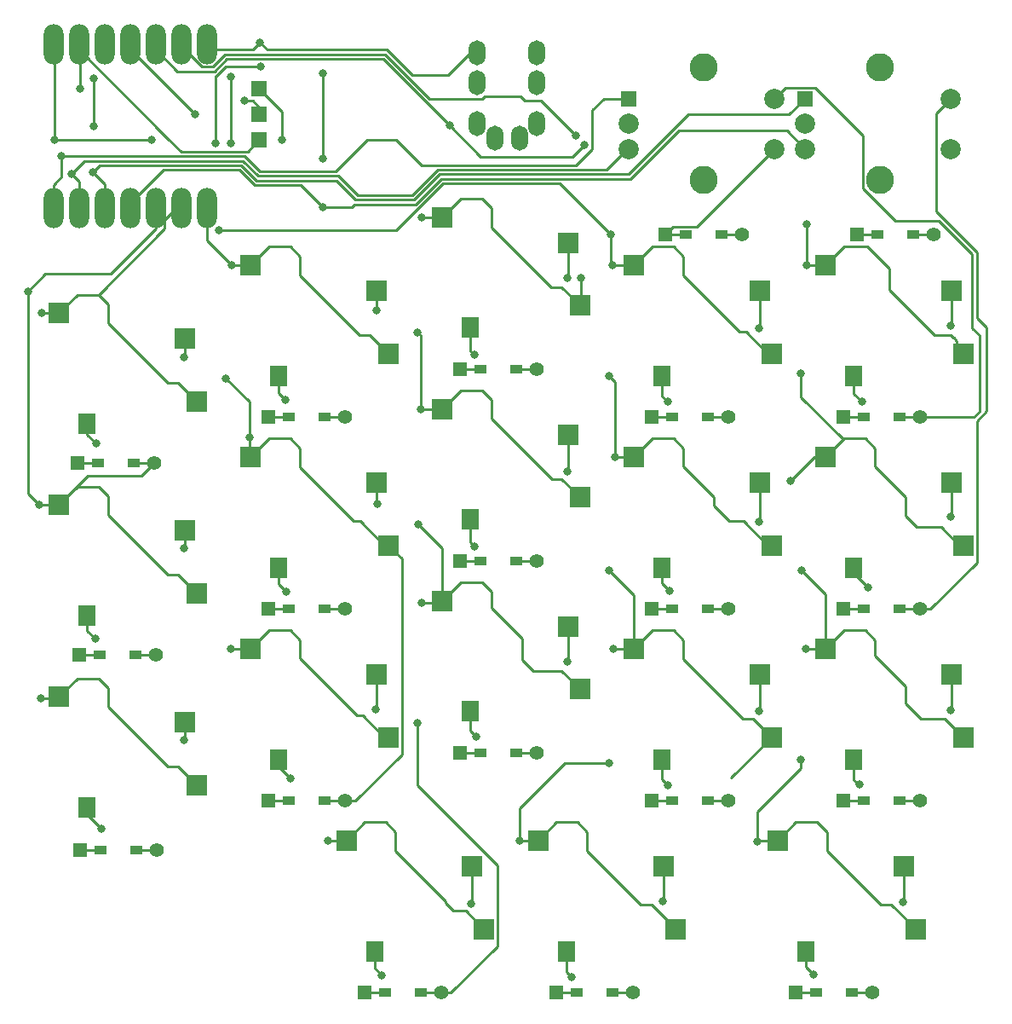
<source format=gtl>
G04 #@! TF.GenerationSoftware,KiCad,Pcbnew,(5.1.6-0-10_14)*
G04 #@! TF.CreationDate,2022-08-19T19:12:35+09:00*
G04 #@! TF.ProjectId,cool536xiao,636f6f6c-3533-4367-9869-616f2e6b6963,rev?*
G04 #@! TF.SameCoordinates,Original*
G04 #@! TF.FileFunction,Copper,L1,Top*
G04 #@! TF.FilePolarity,Positive*
%FSLAX46Y46*%
G04 Gerber Fmt 4.6, Leading zero omitted, Abs format (unit mm)*
G04 Created by KiCad (PCBNEW (5.1.6-0-10_14)) date 2022-08-19 19:12:35*
%MOMM*%
%LPD*%
G01*
G04 APERTURE LIST*
G04 #@! TA.AperFunction,SMDPad,CuDef*
%ADD10O,2.000000X4.000000*%
G04 #@! TD*
G04 #@! TA.AperFunction,SMDPad,CuDef*
%ADD11R,2.000000X2.000000*%
G04 #@! TD*
G04 #@! TA.AperFunction,SMDPad,CuDef*
%ADD12R,1.800000X2.000000*%
G04 #@! TD*
G04 #@! TA.AperFunction,SMDPad,CuDef*
%ADD13R,1.300000X0.950000*%
G04 #@! TD*
G04 #@! TA.AperFunction,ComponentPad*
%ADD14C,1.397000*%
G04 #@! TD*
G04 #@! TA.AperFunction,ComponentPad*
%ADD15R,1.397000X1.397000*%
G04 #@! TD*
G04 #@! TA.AperFunction,ComponentPad*
%ADD16R,1.500000X1.500000*%
G04 #@! TD*
G04 #@! TA.AperFunction,ComponentPad*
%ADD17C,2.000000*%
G04 #@! TD*
G04 #@! TA.AperFunction,ComponentPad*
%ADD18C,2.800000*%
G04 #@! TD*
G04 #@! TA.AperFunction,ComponentPad*
%ADD19O,1.700000X2.500000*%
G04 #@! TD*
G04 #@! TA.AperFunction,SMDPad,CuDef*
%ADD20R,1.524000X1.524000*%
G04 #@! TD*
G04 #@! TA.AperFunction,ViaPad*
%ADD21C,0.800000*%
G04 #@! TD*
G04 #@! TA.AperFunction,Conductor*
%ADD22C,0.250000*%
G04 #@! TD*
G04 APERTURE END LIST*
D10*
X43435001Y-52794999D03*
X43435001Y-36554999D03*
X45975001Y-52794999D03*
X45975001Y-36554999D03*
X48515001Y-52794999D03*
X51055001Y-52794999D03*
X53595001Y-52794999D03*
X56135001Y-52794999D03*
X58675001Y-52794999D03*
X58675001Y-36554999D03*
X56135001Y-36554999D03*
X53595001Y-36554999D03*
X51055001Y-36554999D03*
X48515001Y-36554999D03*
D11*
X82050000Y-53690000D03*
X94550000Y-56230000D03*
D12*
X84850000Y-64670000D03*
D11*
X95750000Y-62470000D03*
D13*
X109795000Y-55420000D03*
D14*
X111830000Y-55420000D03*
D15*
X104210000Y-55420000D03*
D13*
X106245000Y-55420000D03*
X128835000Y-55400000D03*
D14*
X130870000Y-55400000D03*
D15*
X123250000Y-55400000D03*
D13*
X125285000Y-55400000D03*
D16*
X118090000Y-41910000D03*
D17*
X118090000Y-44410000D03*
X118090000Y-46910000D03*
D18*
X125590000Y-38810000D03*
X125590000Y-50010000D03*
D17*
X132590000Y-41910000D03*
X132590000Y-46910000D03*
D16*
X100560000Y-41910000D03*
D17*
X100560000Y-44410000D03*
X100560000Y-46910000D03*
D18*
X108060000Y-38810000D03*
X108060000Y-50010000D03*
D17*
X115060000Y-41910000D03*
X115060000Y-46910000D03*
D19*
X87250000Y-45870000D03*
X91450000Y-44370000D03*
X91450000Y-40370000D03*
X91450000Y-37370000D03*
X85500000Y-40370000D03*
X85500000Y-37370000D03*
X89700000Y-45870000D03*
X85500000Y-44370000D03*
D11*
X95750000Y-100570000D03*
D12*
X84850000Y-102770000D03*
D11*
X94550000Y-94330000D03*
X82050000Y-91790000D03*
X43950000Y-82265000D03*
X56450000Y-84805000D03*
D12*
X46750000Y-93245000D03*
D11*
X57650000Y-91045000D03*
X76700000Y-86282500D03*
D12*
X65800000Y-88482500D03*
D11*
X75500000Y-80042500D03*
X63000000Y-77502500D03*
D14*
X72410000Y-73532499D03*
D15*
X64790000Y-73532499D03*
D13*
X66825000Y-73532499D03*
X70375000Y-73532499D03*
D11*
X114800000Y-86282500D03*
D12*
X103900000Y-88482500D03*
D11*
X113600000Y-80042500D03*
X101100000Y-77502500D03*
X91575000Y-115602500D03*
X104075000Y-118142500D03*
D12*
X94375000Y-126582500D03*
D11*
X105275000Y-124382500D03*
X72525000Y-115602500D03*
X85025000Y-118142500D03*
D12*
X75325000Y-126582500D03*
D11*
X86225000Y-124382500D03*
X133850000Y-105332500D03*
D12*
X122950000Y-107532500D03*
D11*
X132650000Y-99092500D03*
X120150000Y-96552500D03*
X133850000Y-67232499D03*
D12*
X122950000Y-69432499D03*
D11*
X132650000Y-60992499D03*
X120150000Y-58452499D03*
X63000000Y-96552500D03*
X75500000Y-99092500D03*
D12*
X65800000Y-107532500D03*
D11*
X76700000Y-105332500D03*
X114800000Y-105332500D03*
D12*
X103900000Y-107532500D03*
D11*
X113600000Y-99092500D03*
X101100000Y-96552500D03*
X133850000Y-86282500D03*
D12*
X122950000Y-88482500D03*
D11*
X132650000Y-80042500D03*
X120150000Y-77502500D03*
X57650000Y-110095000D03*
D12*
X46750000Y-112295000D03*
D11*
X56450000Y-103855000D03*
X43950000Y-101315000D03*
X95750000Y-81520000D03*
D12*
X84850000Y-83720000D03*
D11*
X94550000Y-75280000D03*
X82050000Y-72740000D03*
D14*
X110510000Y-92582500D03*
D15*
X102890000Y-92582500D03*
D13*
X104925000Y-92582500D03*
X108475000Y-92582500D03*
D14*
X129560000Y-92582500D03*
D15*
X121940000Y-92582500D03*
D13*
X123975000Y-92582500D03*
X127525000Y-92582500D03*
D14*
X100985000Y-130682500D03*
D15*
X93365000Y-130682500D03*
D13*
X95400000Y-130682500D03*
X98950000Y-130682500D03*
D14*
X124798000Y-130682500D03*
D15*
X117178000Y-130682500D03*
D13*
X119213000Y-130682500D03*
X122763000Y-130682500D03*
D14*
X91460000Y-68770000D03*
D15*
X83840000Y-68770000D03*
D13*
X85875000Y-68770000D03*
X89425000Y-68770000D03*
D14*
X110510000Y-73532499D03*
D15*
X102890000Y-73532499D03*
D13*
X104925000Y-73532499D03*
X108475000Y-73532499D03*
D14*
X129560000Y-73532499D03*
D15*
X121940000Y-73532499D03*
D13*
X123975000Y-73532499D03*
X127525000Y-73532499D03*
D14*
X91460000Y-87820000D03*
D15*
X83840000Y-87820000D03*
D13*
X85875000Y-87820000D03*
X89425000Y-87820000D03*
D14*
X72410000Y-92582500D03*
D15*
X64790000Y-92582500D03*
D13*
X66825000Y-92582500D03*
X70375000Y-92582500D03*
D14*
X72410000Y-111632500D03*
D15*
X64790000Y-111632500D03*
D13*
X66825000Y-111632500D03*
X70375000Y-111632500D03*
D14*
X91460000Y-106870000D03*
D15*
X83840000Y-106870000D03*
D13*
X85875000Y-106870000D03*
X89425000Y-106870000D03*
D14*
X110510000Y-111632500D03*
D15*
X102890000Y-111632500D03*
D13*
X104925000Y-111632500D03*
X108475000Y-111632500D03*
D14*
X129560000Y-111632500D03*
D15*
X121940000Y-111632500D03*
D13*
X123975000Y-111632500D03*
X127525000Y-111632500D03*
D14*
X81935000Y-130682500D03*
D15*
X74315000Y-130682500D03*
D13*
X76350000Y-130682500D03*
X79900000Y-130682500D03*
D11*
X129088000Y-124382500D03*
D12*
X118188000Y-126582500D03*
D11*
X127888000Y-118142500D03*
X115388000Y-115602500D03*
X63000000Y-58452499D03*
X75500000Y-60992499D03*
D12*
X65800000Y-69432499D03*
D11*
X76700000Y-67232499D03*
X101100000Y-58452499D03*
X113600000Y-60992499D03*
D12*
X103900000Y-69432499D03*
D11*
X114800000Y-67232499D03*
X43950000Y-63215000D03*
X56450000Y-65755000D03*
D12*
X46750000Y-74195000D03*
D11*
X57650000Y-71995000D03*
D13*
X47865000Y-78070000D03*
D15*
X45830000Y-78070000D03*
D14*
X53450000Y-78070000D03*
D13*
X51415000Y-78070000D03*
X51555000Y-97140000D03*
D14*
X53590000Y-97140000D03*
D15*
X45970000Y-97140000D03*
D13*
X48005000Y-97140000D03*
X48105000Y-116550000D03*
D15*
X46070000Y-116550000D03*
D14*
X53690000Y-116550000D03*
D13*
X51655000Y-116550000D03*
D20*
X63868000Y-40948000D03*
X63868000Y-43488000D03*
X63868000Y-46028000D03*
D21*
X47640000Y-76170000D03*
X56411917Y-67554941D03*
X66496249Y-71826249D03*
X75532525Y-62940572D03*
X85250000Y-67360000D03*
X94475001Y-59714999D03*
X104432499Y-71990000D03*
X113525001Y-64704999D03*
X123740000Y-72010000D03*
X132575001Y-64465001D03*
X47540000Y-95570000D03*
X56385741Y-86558677D03*
X66532500Y-90840000D03*
X75578350Y-82116680D03*
X85270000Y-86390000D03*
X94475001Y-78904999D03*
X104671250Y-90801250D03*
X113525001Y-83945001D03*
X124365000Y-90445000D03*
X132575001Y-83445001D03*
X48200000Y-114420000D03*
X56381326Y-105601228D03*
X67002500Y-109420000D03*
X75425001Y-102595001D03*
X85450000Y-105260000D03*
X94475001Y-97804999D03*
X104462500Y-110060000D03*
X113525001Y-102725001D03*
X123490000Y-110040000D03*
X132575001Y-102614999D03*
X76037500Y-128960000D03*
X84950001Y-121830001D03*
X94907500Y-129140000D03*
X104000001Y-121609999D03*
X127813001Y-121663001D03*
X118970250Y-128890250D03*
X43500000Y-46000000D03*
X53200000Y-45990000D03*
X66130000Y-46000000D03*
X46070000Y-40920000D03*
X59540000Y-46370000D03*
X63990000Y-38750000D03*
X63960000Y-36360000D03*
X57488002Y-43488000D03*
X62390000Y-42140000D03*
X44230000Y-47640000D03*
X45190000Y-49360000D03*
X42140000Y-101440000D03*
X41990000Y-82260000D03*
X40890000Y-61060000D03*
X47410000Y-39930000D03*
X47410000Y-44660000D03*
X47350000Y-49210000D03*
X70190000Y-39430000D03*
X70190000Y-47870000D03*
X70190000Y-52710000D03*
X61020000Y-96550000D03*
X42250000Y-63190000D03*
X70720000Y-115580000D03*
X61110000Y-58460000D03*
X62910000Y-75530000D03*
X60570000Y-69680000D03*
X61020000Y-39744990D03*
X61050000Y-46340000D03*
X89740000Y-115560000D03*
X99070000Y-96580000D03*
X99250000Y-77520000D03*
X98940000Y-58490000D03*
X98590000Y-107880000D03*
X98650000Y-88730000D03*
X98660000Y-69490000D03*
X98840000Y-55410000D03*
X95300000Y-45560000D03*
X59840000Y-54960000D03*
X80020000Y-91960000D03*
X79890000Y-72730000D03*
X80020000Y-53710000D03*
X95830000Y-59760000D03*
X79580000Y-103880000D03*
X79650000Y-84200000D03*
X79610000Y-65120000D03*
X113390000Y-115650000D03*
X118170000Y-96580000D03*
X116640000Y-79910000D03*
X118262499Y-58452499D03*
X117740000Y-88760000D03*
X117710000Y-69170000D03*
X117710000Y-107540000D03*
X96190000Y-46490000D03*
X118300000Y-54350000D03*
X82808590Y-44581410D03*
D22*
X46750000Y-75280000D02*
X47640000Y-76170000D01*
X46750000Y-74195000D02*
X46750000Y-75280000D01*
X45830000Y-78070000D02*
X47865000Y-78070000D01*
X56450000Y-67516858D02*
X56411917Y-67554941D01*
X56450000Y-65755000D02*
X56450000Y-67516858D01*
X65800000Y-71130000D02*
X66496249Y-71826249D01*
X65800000Y-69432499D02*
X65800000Y-71130000D01*
X75500000Y-62908047D02*
X75532525Y-62940572D01*
X75500000Y-60992499D02*
X75500000Y-62908047D01*
X64790000Y-73532499D02*
X66825000Y-73532499D01*
X85875000Y-68770000D02*
X83840000Y-68770000D01*
X84850000Y-66960000D02*
X85250000Y-67360000D01*
X84850000Y-64670000D02*
X84850000Y-66960000D01*
X94550000Y-59640000D02*
X94475001Y-59714999D01*
X94550000Y-56230000D02*
X94550000Y-59640000D01*
X104925000Y-73532499D02*
X102890000Y-73532499D01*
X103900000Y-71457501D02*
X104432499Y-71990000D01*
X103900000Y-69432499D02*
X103900000Y-71457501D01*
X113600000Y-64630000D02*
X113525001Y-64704999D01*
X113600000Y-60992499D02*
X113600000Y-64630000D01*
X122950000Y-71220000D02*
X123740000Y-72010000D01*
X122950000Y-69432499D02*
X122950000Y-71220000D01*
X132650000Y-64390002D02*
X132575001Y-64465001D01*
X132650000Y-60992499D02*
X132650000Y-64390002D01*
X121940000Y-73532499D02*
X123975000Y-73532499D01*
X46750000Y-94780000D02*
X47540000Y-95570000D01*
X46750000Y-93245000D02*
X46750000Y-94780000D01*
X56450000Y-86494418D02*
X56385741Y-86558677D01*
X56450000Y-84805000D02*
X56450000Y-86494418D01*
X48005000Y-97140000D02*
X45970000Y-97140000D01*
X65800000Y-90107500D02*
X66532500Y-90840000D01*
X65800000Y-88482500D02*
X65800000Y-90107500D01*
X75500000Y-82038330D02*
X75578350Y-82116680D01*
X75500000Y-80042500D02*
X75500000Y-82038330D01*
X64790000Y-92582500D02*
X66825000Y-92582500D01*
X84850000Y-85970000D02*
X85270000Y-86390000D01*
X84850000Y-83720000D02*
X84850000Y-85970000D01*
X94550000Y-78830000D02*
X94475001Y-78904999D01*
X94550000Y-75280000D02*
X94550000Y-78830000D01*
X85875000Y-87820000D02*
X83840000Y-87820000D01*
X103900000Y-90030000D02*
X104671250Y-90801250D01*
X103900000Y-88482500D02*
X103900000Y-90030000D01*
X113600000Y-83870002D02*
X113525001Y-83945001D01*
X113600000Y-80042500D02*
X113600000Y-83870002D01*
X104925000Y-92582500D02*
X102890000Y-92582500D01*
X122950000Y-88482500D02*
X122950000Y-89030000D01*
X122950000Y-89030000D02*
X124365000Y-90445000D01*
X132650000Y-83370002D02*
X132575001Y-83445001D01*
X132650000Y-80042500D02*
X132650000Y-83370002D01*
X123975000Y-92582500D02*
X121940000Y-92582500D01*
X46750000Y-112970000D02*
X48200000Y-114420000D01*
X46750000Y-112295000D02*
X46750000Y-112970000D01*
X56450000Y-105532554D02*
X56381326Y-105601228D01*
X56450000Y-103855000D02*
X56450000Y-105532554D01*
X46070000Y-116550000D02*
X48105000Y-116550000D01*
X65800000Y-108217500D02*
X67002500Y-109420000D01*
X65800000Y-107532500D02*
X65800000Y-108217500D01*
X75500000Y-99092500D02*
X75500000Y-102520002D01*
X75500000Y-102520002D02*
X75425001Y-102595001D01*
X64790000Y-111632500D02*
X66825000Y-111632500D01*
X85875000Y-106870000D02*
X83840000Y-106870000D01*
X84850000Y-104660000D02*
X85450000Y-105260000D01*
X84850000Y-102770000D02*
X84850000Y-104660000D01*
X94550000Y-97730000D02*
X94475001Y-97804999D01*
X94550000Y-94330000D02*
X94550000Y-97730000D01*
X104925000Y-111632500D02*
X102890000Y-111632500D01*
X103900000Y-109497500D02*
X104462500Y-110060000D01*
X103900000Y-107532500D02*
X103900000Y-109497500D01*
X113600000Y-102650002D02*
X113525001Y-102725001D01*
X113600000Y-99092500D02*
X113600000Y-102650002D01*
X122950000Y-107532500D02*
X122950000Y-109570000D01*
X123420000Y-110040000D02*
X123490000Y-110040000D01*
X122950000Y-109570000D02*
X123420000Y-110040000D01*
X132650000Y-102540000D02*
X132575001Y-102614999D01*
X132650000Y-99092500D02*
X132650000Y-102540000D01*
X123975000Y-111632500D02*
X121940000Y-111632500D01*
X76350000Y-130682500D02*
X74315000Y-130682500D01*
X75325000Y-128247500D02*
X76037500Y-128960000D01*
X75325000Y-126582500D02*
X75325000Y-128247500D01*
X85025000Y-118142500D02*
X85025000Y-121755002D01*
X85025000Y-121755002D02*
X84950001Y-121830001D01*
X95400000Y-130682500D02*
X93365000Y-130682500D01*
X94375000Y-128607500D02*
X94907500Y-129140000D01*
X94375000Y-126582500D02*
X94375000Y-128607500D01*
X104075000Y-121535000D02*
X104000001Y-121609999D01*
X104075000Y-118142500D02*
X104075000Y-121535000D01*
X119213000Y-130682500D02*
X117178000Y-130682500D01*
X127888000Y-118142500D02*
X127888000Y-121588002D01*
X127888000Y-121588002D02*
X127813001Y-121663001D01*
X118188000Y-128108000D02*
X118970250Y-128890250D01*
X118188000Y-126582500D02*
X118188000Y-128108000D01*
X104210000Y-55420000D02*
X106245000Y-55420000D01*
X105010001Y-54619999D02*
X107350001Y-54619999D01*
X107350001Y-54619999D02*
X115060000Y-46910000D01*
X104210000Y-55420000D02*
X105010001Y-54619999D01*
X125285000Y-55400000D02*
X123250000Y-55400000D01*
X53190000Y-46000000D02*
X53200000Y-45990000D01*
X43500000Y-46000000D02*
X53190000Y-46000000D01*
X63868000Y-40948000D02*
X66130000Y-43210000D01*
X66130000Y-43210000D02*
X66130000Y-46000000D01*
X43500000Y-37119998D02*
X43435001Y-37054999D01*
X43500000Y-46000000D02*
X43500000Y-37119998D01*
X100150000Y-44820000D02*
X100560000Y-44410000D01*
X45975001Y-37054999D02*
X45914999Y-37054999D01*
X46070000Y-37149998D02*
X45975001Y-37054999D01*
X46070000Y-40920000D02*
X46070000Y-37149998D01*
X54720001Y-45799999D02*
X54729999Y-45799999D01*
X45975001Y-37054999D02*
X54720001Y-45799999D01*
X54729999Y-45799999D02*
X56119990Y-47189990D01*
X62706010Y-47189990D02*
X63868000Y-46028000D01*
X56119990Y-47189990D02*
X62706010Y-47189990D01*
X76554999Y-37054999D02*
X79070000Y-39570000D01*
X79070000Y-39570000D02*
X82650000Y-39570000D01*
X84850000Y-37370000D02*
X85500000Y-37370000D01*
X82650000Y-39570000D02*
X84850000Y-37370000D01*
X59540000Y-46370000D02*
X59540000Y-40000000D01*
X59540000Y-39654168D02*
X59596640Y-39654167D01*
X59540000Y-40000000D02*
X59540000Y-39654168D01*
X59596640Y-39654167D02*
X60500807Y-38750000D01*
X60500807Y-38750000D02*
X63990000Y-38750000D01*
X63265001Y-37054999D02*
X63064999Y-37054999D01*
X63960000Y-36360000D02*
X63265001Y-37054999D01*
X58675001Y-37054999D02*
X63064999Y-37054999D01*
X63960000Y-36360000D02*
X64654999Y-37054999D01*
X65095001Y-37054999D02*
X76554999Y-37054999D01*
X64654999Y-37054999D02*
X65095001Y-37054999D01*
X51055001Y-37054999D02*
X57488002Y-43488000D01*
X62390000Y-42140000D02*
X63240000Y-42140000D01*
X63868000Y-42768000D02*
X63868000Y-43488000D01*
X63240000Y-42140000D02*
X63868000Y-42768000D01*
X43435001Y-50464999D02*
X43435001Y-52294999D01*
X44230000Y-49670000D02*
X43560000Y-50340000D01*
X44230000Y-47640000D02*
X44230000Y-49670000D01*
X43560000Y-50340000D02*
X43435001Y-50464999D01*
X96980000Y-43060000D02*
X98130000Y-41910000D01*
X96980000Y-46910000D02*
X96980000Y-43060000D01*
X95368225Y-48521775D02*
X96980000Y-46910000D01*
X77450000Y-45980000D02*
X79991775Y-48521775D01*
X98130000Y-41910000D02*
X100560000Y-41910000D01*
X74620000Y-45980000D02*
X77450000Y-45980000D01*
X63939971Y-49149971D02*
X71450029Y-49149971D01*
X71450029Y-49149971D02*
X74620000Y-45980000D01*
X79991775Y-48521775D02*
X95368225Y-48521775D01*
X62430000Y-47640000D02*
X63939971Y-49149971D01*
X44230000Y-47640000D02*
X62430000Y-47640000D01*
X98388215Y-48971785D02*
X100450000Y-46910000D01*
X81575395Y-48971785D02*
X98388215Y-48971785D01*
X73612810Y-51479990D02*
X79067190Y-51479990D01*
X79067190Y-51479990D02*
X81575395Y-48971785D01*
X71732801Y-49599981D02*
X73612810Y-51479990D01*
X100450000Y-46910000D02*
X100560000Y-46910000D01*
X45975001Y-52294999D02*
X45975001Y-50145001D01*
X45975001Y-50145001D02*
X45190000Y-49360000D01*
X45429981Y-49599981D02*
X45190000Y-49360000D01*
X45190000Y-49360000D02*
X46450000Y-48100000D01*
X61720000Y-48100000D02*
X61729990Y-48090010D01*
X46450000Y-48100000D02*
X61720000Y-48100000D01*
X63753571Y-49599981D02*
X64859981Y-49599981D01*
X61729990Y-48090010D02*
X62243600Y-48090010D01*
X62243600Y-48090010D02*
X63753571Y-49599981D01*
X64859981Y-49599981D02*
X71732801Y-49599981D01*
X51415000Y-78070000D02*
X53450000Y-78070000D01*
X43950000Y-82265000D02*
X46815000Y-79400000D01*
X52120000Y-79400000D02*
X53450000Y-78070000D01*
X46815000Y-79400000D02*
X52120000Y-79400000D01*
X43825000Y-101440000D02*
X43950000Y-101315000D01*
X42140000Y-101440000D02*
X43825000Y-101440000D01*
X41995000Y-82265000D02*
X41990000Y-82260000D01*
X43950000Y-82265000D02*
X41995000Y-82265000D01*
X45775001Y-99489999D02*
X43950000Y-101315000D01*
X47886001Y-99489999D02*
X45775001Y-99489999D01*
X48835001Y-102339003D02*
X48835001Y-100438999D01*
X48835001Y-100438999D02*
X47886001Y-99489999D01*
X54765997Y-108269999D02*
X48835001Y-102339003D01*
X55824999Y-108269999D02*
X54765997Y-108269999D01*
X57650000Y-110095000D02*
X55824999Y-108269999D01*
X47886001Y-80439999D02*
X45775001Y-80439999D01*
X48835001Y-81388999D02*
X47886001Y-80439999D01*
X45775001Y-80439999D02*
X43950000Y-82265000D01*
X48835001Y-83289003D02*
X48835001Y-81388999D01*
X54765997Y-89219999D02*
X48835001Y-83289003D01*
X55824999Y-89219999D02*
X54765997Y-89219999D01*
X57650000Y-91045000D02*
X55824999Y-89219999D01*
X53595001Y-52294999D02*
X53595001Y-54824999D01*
X53595001Y-54824999D02*
X49090000Y-59330000D01*
X49090000Y-59330000D02*
X42620000Y-59330000D01*
X42620000Y-59330000D02*
X40890000Y-61060000D01*
X40890000Y-81160000D02*
X41990000Y-82260000D01*
X40890000Y-61060000D02*
X40890000Y-81160000D01*
X127076998Y-54050000D02*
X131393590Y-54050000D01*
X115060000Y-41910000D02*
X116135001Y-40834999D01*
X119100001Y-40834999D02*
X123864999Y-45599997D01*
X123864999Y-50838001D02*
X127076998Y-54050000D01*
X123864999Y-45599997D02*
X123864999Y-50838001D01*
X116135001Y-40834999D02*
X119100001Y-40834999D01*
X131393590Y-54050000D02*
X134724991Y-57381401D01*
X134724991Y-57381401D02*
X134724991Y-64690000D01*
X134724991Y-64690000D02*
X135420000Y-65385009D01*
X135420000Y-65385009D02*
X135420000Y-72990000D01*
X134877501Y-73532499D02*
X129560000Y-73532499D01*
X135420000Y-72990000D02*
X134877501Y-73532499D01*
X70375000Y-73532499D02*
X72410000Y-73532499D01*
X89425000Y-68770000D02*
X91460000Y-68770000D01*
X108475000Y-73532499D02*
X110510000Y-73532499D01*
X127525000Y-73532499D02*
X129560000Y-73532499D01*
X73426410Y-51930000D02*
X71546400Y-50049990D01*
X79253590Y-51930000D02*
X73426410Y-51930000D01*
X81761795Y-49421795D02*
X79253590Y-51930000D01*
X100598205Y-49421795D02*
X81761795Y-49421795D01*
X106530000Y-43490000D02*
X100598205Y-49421795D01*
X116510000Y-43490000D02*
X106530000Y-43490000D01*
X118090000Y-41910000D02*
X116510000Y-43490000D01*
X47410000Y-39930000D02*
X47410000Y-44660000D01*
X48515001Y-50375001D02*
X47350000Y-49210000D01*
X48515001Y-52294999D02*
X48515001Y-50375001D01*
X47350000Y-49210000D02*
X48009990Y-48550010D01*
X48009990Y-48550010D02*
X62067190Y-48550010D01*
X63567170Y-50049990D02*
X65129990Y-50049990D01*
X62067190Y-48550010D02*
X63567170Y-50049990D01*
X71546400Y-50049990D02*
X65129990Y-50049990D01*
X116290000Y-45110000D02*
X118090000Y-46910000D01*
X105546410Y-45110000D02*
X116290000Y-45110000D01*
X100784605Y-49871805D02*
X105546410Y-45110000D01*
X81948196Y-49871804D02*
X100784605Y-49871805D01*
X73300000Y-52440000D02*
X79380000Y-52440000D01*
X79380000Y-52440000D02*
X81948196Y-49871804D01*
X70190000Y-39430000D02*
X70190000Y-47870000D01*
X73030000Y-52710000D02*
X73300000Y-52440000D01*
X70190000Y-52710000D02*
X73030000Y-52710000D01*
X67980000Y-50500000D02*
X70190000Y-52710000D01*
X63380770Y-50500000D02*
X67980000Y-50500000D01*
X61880790Y-49000020D02*
X63380770Y-50500000D01*
X54349980Y-49000020D02*
X61880790Y-49000020D01*
X51055001Y-52294999D02*
X54349980Y-49000020D01*
X61022500Y-96552500D02*
X61020000Y-96550000D01*
X63000000Y-96552500D02*
X61022500Y-96552500D01*
X42275000Y-63215000D02*
X42250000Y-63190000D01*
X43950000Y-63215000D02*
X42275000Y-63215000D01*
X64825001Y-94727499D02*
X63000000Y-96552500D01*
X66936001Y-94727499D02*
X64825001Y-94727499D01*
X67885001Y-97515001D02*
X67885001Y-95676499D01*
X73540000Y-103170000D02*
X67885001Y-97515001D01*
X67885001Y-95676499D02*
X66936001Y-94727499D01*
X74138502Y-103170000D02*
X73540000Y-103170000D01*
X76301002Y-105332500D02*
X74138502Y-103170000D01*
X76700000Y-105332500D02*
X76301002Y-105332500D01*
X45775001Y-61389999D02*
X43950000Y-63215000D01*
X47886001Y-61389999D02*
X45775001Y-61389999D01*
X48835001Y-64239003D02*
X48835001Y-62338999D01*
X48835001Y-62338999D02*
X47886001Y-61389999D01*
X54765997Y-70169999D02*
X48835001Y-64239003D01*
X55824999Y-70169999D02*
X54765997Y-70169999D01*
X57650000Y-71995000D02*
X55824999Y-70169999D01*
X54435851Y-54840149D02*
X47886001Y-61389999D01*
X54435851Y-53994149D02*
X54435851Y-54840149D01*
X56135001Y-52294999D02*
X54435851Y-53994149D01*
X135175001Y-87955327D02*
X130547828Y-92582500D01*
X135175001Y-73914999D02*
X135175001Y-87955327D01*
X136160000Y-64670000D02*
X136160000Y-72930000D01*
X135175001Y-63685001D02*
X136160000Y-64670000D01*
X135175001Y-57195001D02*
X135175001Y-63685001D01*
X136160000Y-72930000D02*
X135175001Y-73914999D01*
X131130000Y-53150000D02*
X135175001Y-57195001D01*
X131130000Y-43370000D02*
X131130000Y-53150000D01*
X130547828Y-92582500D02*
X129560000Y-92582500D01*
X132590000Y-41910000D02*
X131130000Y-43370000D01*
X70375000Y-92582500D02*
X72410000Y-92582500D01*
X53590000Y-97140000D02*
X51555000Y-97140000D01*
X127525000Y-92582500D02*
X129560000Y-92582500D01*
X110510000Y-92582500D02*
X108475000Y-92582500D01*
X89425000Y-87820000D02*
X91460000Y-87820000D01*
X91460000Y-106870000D02*
X89425000Y-106870000D01*
X129560000Y-111632500D02*
X127525000Y-111632500D01*
X110510000Y-111632500D02*
X108475000Y-111632500D01*
X70742500Y-115602500D02*
X70720000Y-115580000D01*
X72525000Y-115602500D02*
X70742500Y-115602500D01*
X62852500Y-77650000D02*
X63000000Y-77502500D01*
X62992499Y-58460000D02*
X63000000Y-58452499D01*
X61110000Y-58460000D02*
X62992499Y-58460000D01*
X62910000Y-77412500D02*
X63000000Y-77502500D01*
X62910000Y-75530000D02*
X62910000Y-77412500D01*
X74350001Y-113777499D02*
X72525000Y-115602500D01*
X77410001Y-114726499D02*
X76461001Y-113777499D01*
X76461001Y-113777499D02*
X74350001Y-113777499D01*
X77410001Y-116650001D02*
X77410001Y-114726499D01*
X67885001Y-76626499D02*
X66936001Y-75677499D01*
X67885001Y-78526503D02*
X67885001Y-76626499D01*
X73215999Y-83857501D02*
X67885001Y-78526503D01*
X64825001Y-75677499D02*
X63000000Y-77502500D01*
X73876003Y-83857501D02*
X73215999Y-83857501D01*
X76301002Y-86282500D02*
X73876003Y-83857501D01*
X66936001Y-75677499D02*
X64825001Y-75677499D01*
X76700000Y-86282500D02*
X76301002Y-86282500D01*
X64825001Y-56627498D02*
X63000000Y-58452499D01*
X67885001Y-57576498D02*
X66936001Y-56627498D01*
X67885001Y-59476502D02*
X67885001Y-57576498D01*
X73815997Y-65407498D02*
X67885001Y-59476502D01*
X66936001Y-56627498D02*
X64825001Y-56627498D01*
X74874999Y-65407498D02*
X73815997Y-65407498D01*
X76700000Y-67232499D02*
X74874999Y-65407498D01*
X78025001Y-87607501D02*
X76700000Y-86282500D01*
X73397828Y-111632500D02*
X78025001Y-107005327D01*
X78025001Y-107005327D02*
X78025001Y-87607501D01*
X72410000Y-111632500D02*
X73397828Y-111632500D01*
X62910000Y-72020000D02*
X60570000Y-69680000D01*
X62910000Y-75530000D02*
X62910000Y-72020000D01*
X58675001Y-56025001D02*
X61110000Y-58460000D01*
X58675001Y-52294999D02*
X58675001Y-56025001D01*
X61020000Y-46310000D02*
X61050000Y-46340000D01*
X61020000Y-39744990D02*
X61020000Y-46310000D01*
X51655000Y-116550000D02*
X53690000Y-116550000D01*
X70375000Y-111632500D02*
X72410000Y-111632500D01*
X84399999Y-122557499D02*
X86225000Y-124382500D01*
X82360000Y-121780000D02*
X83137499Y-122557499D01*
X83137499Y-122557499D02*
X84399999Y-122557499D01*
X82360000Y-121600000D02*
X82360000Y-121780000D01*
X82360000Y-121600000D02*
X77410001Y-116650001D01*
X101017500Y-96470000D02*
X101100000Y-96552500D01*
X110774999Y-109357501D02*
X114800000Y-105332500D01*
X91532500Y-115560000D02*
X91575000Y-115602500D01*
X89740000Y-115560000D02*
X91532500Y-115560000D01*
X99097500Y-96552500D02*
X99070000Y-96580000D01*
X101100000Y-96552500D02*
X99097500Y-96552500D01*
X101082500Y-77520000D02*
X101100000Y-77502500D01*
X99250000Y-77520000D02*
X101082500Y-77520000D01*
X101062499Y-58490000D02*
X101100000Y-58452499D01*
X98940000Y-58490000D02*
X101062499Y-58490000D01*
X93400001Y-113777499D02*
X91575000Y-115602500D01*
X95511001Y-113777499D02*
X93400001Y-113777499D01*
X96460001Y-114726499D02*
X95511001Y-113777499D01*
X96460001Y-116626503D02*
X96460001Y-114726499D01*
X101790999Y-121957501D02*
X96460001Y-116626503D01*
X102897501Y-121957501D02*
X101790999Y-121957501D01*
X105275000Y-124335000D02*
X102897501Y-121957501D01*
X105275000Y-124382500D02*
X105275000Y-124335000D01*
X105036001Y-94727499D02*
X102925001Y-94727499D01*
X105985001Y-95676499D02*
X105036001Y-94727499D01*
X105985001Y-97576503D02*
X105985001Y-95676499D01*
X111915997Y-103507499D02*
X105985001Y-97576503D01*
X112974999Y-103507499D02*
X111915997Y-103507499D01*
X102925001Y-94727499D02*
X101100000Y-96552500D01*
X114800000Y-105332500D02*
X112974999Y-103507499D01*
X102925001Y-75677499D02*
X101100000Y-77502500D01*
X105985001Y-78426499D02*
X105985001Y-76626499D01*
X109025001Y-81466499D02*
X105985001Y-78426499D01*
X109025001Y-82335001D02*
X109025001Y-81466499D01*
X110547501Y-83857501D02*
X109025001Y-82335001D01*
X111976003Y-83857501D02*
X110547501Y-83857501D01*
X105036001Y-75677499D02*
X102925001Y-75677499D01*
X114401002Y-86282500D02*
X111976003Y-83857501D01*
X105985001Y-76626499D02*
X105036001Y-75677499D01*
X114800000Y-86282500D02*
X114401002Y-86282500D01*
X102925001Y-56627498D02*
X101100000Y-58452499D01*
X105985001Y-57576498D02*
X105036001Y-56627498D01*
X111590000Y-65060000D02*
X105985001Y-59455001D01*
X112228503Y-65060000D02*
X111590000Y-65060000D01*
X105985001Y-59455001D02*
X105985001Y-57576498D01*
X114401002Y-67232499D02*
X112228503Y-65060000D01*
X105036001Y-56627498D02*
X102925001Y-56627498D01*
X114800000Y-67232499D02*
X114401002Y-67232499D01*
X89740000Y-115560000D02*
X89740000Y-112370000D01*
X94230000Y-107880000D02*
X98590000Y-107880000D01*
X89740000Y-112370000D02*
X94230000Y-107880000D01*
X101100000Y-91180000D02*
X98650000Y-88730000D01*
X101100000Y-96552500D02*
X101100000Y-91180000D01*
X99250000Y-70080000D02*
X98660000Y-69490000D01*
X99250000Y-77520000D02*
X99250000Y-70080000D01*
X98840000Y-58390000D02*
X98940000Y-58490000D01*
X98840000Y-55410000D02*
X98840000Y-58390000D01*
X91865999Y-42125999D02*
X91014001Y-42125999D01*
X95300000Y-45560000D02*
X91865999Y-42125999D01*
X91267714Y-42125999D02*
X91014001Y-42125999D01*
X86286716Y-41644999D02*
X89794001Y-41644999D01*
X76368599Y-37505009D02*
X80808600Y-41945010D01*
X80808600Y-41945010D02*
X85986705Y-41945010D01*
X60472978Y-37505009D02*
X76368599Y-37505009D01*
X85986705Y-41945010D02*
X86286716Y-41644999D01*
X56135001Y-37054999D02*
X56427014Y-37054999D01*
X59223838Y-38754149D02*
X60472978Y-37505009D01*
X90275001Y-42125999D02*
X91014001Y-42125999D01*
X58126164Y-38754149D02*
X59223838Y-38754149D01*
X89794001Y-41644999D02*
X90275001Y-42125999D01*
X56427014Y-37054999D02*
X58126164Y-38754149D01*
X59840000Y-54960000D02*
X77496410Y-54960000D01*
X77496410Y-54960000D02*
X82134597Y-50321814D01*
X93751814Y-50321814D02*
X98840000Y-55410000D01*
X82134597Y-50321814D02*
X93751814Y-50321814D01*
X100985000Y-130682500D02*
X98950000Y-130682500D01*
X81935000Y-130682500D02*
X79900000Y-130682500D01*
X109795000Y-55420000D02*
X111830000Y-55420000D01*
X81880000Y-91960000D02*
X82050000Y-91790000D01*
X80020000Y-91960000D02*
X81880000Y-91960000D01*
X79900000Y-72740000D02*
X79890000Y-72730000D01*
X82050000Y-72740000D02*
X79900000Y-72740000D01*
X80040000Y-53690000D02*
X80020000Y-53710000D01*
X82050000Y-53690000D02*
X80040000Y-53690000D01*
X95830000Y-62390000D02*
X95750000Y-62470000D01*
X95830000Y-59760000D02*
X95830000Y-62390000D01*
X83875001Y-51864999D02*
X82050000Y-53690000D01*
X85986001Y-51864999D02*
X83875001Y-51864999D01*
X86935001Y-52813999D02*
X85986001Y-51864999D01*
X86935001Y-54714003D02*
X86935001Y-52813999D01*
X92865997Y-60644999D02*
X86935001Y-54714003D01*
X93924999Y-60644999D02*
X92865997Y-60644999D01*
X95750000Y-62470000D02*
X93924999Y-60644999D01*
X83875001Y-89964999D02*
X82050000Y-91790000D01*
X86935001Y-90913999D02*
X85986001Y-89964999D01*
X89975001Y-95546003D02*
X86935001Y-92506003D01*
X89975001Y-97645001D02*
X89975001Y-95546003D01*
X91074999Y-98744999D02*
X89975001Y-97645001D01*
X85986001Y-89964999D02*
X83875001Y-89964999D01*
X93924999Y-98744999D02*
X91074999Y-98744999D01*
X86935001Y-92506003D02*
X86935001Y-90913999D01*
X95750000Y-100570000D02*
X93924999Y-98744999D01*
X83875001Y-70914999D02*
X82050000Y-72740000D01*
X86935001Y-71863999D02*
X85986001Y-70914999D01*
X86935001Y-73705001D02*
X86935001Y-71863999D01*
X92924999Y-79694999D02*
X86935001Y-73705001D01*
X85986001Y-70914999D02*
X83875001Y-70914999D01*
X93924999Y-79694999D02*
X92924999Y-79694999D01*
X95750000Y-81520000D02*
X93924999Y-79694999D01*
X79580000Y-110112498D02*
X79580000Y-103880000D01*
X87550001Y-126055327D02*
X87550001Y-118082499D01*
X82922828Y-130682500D02*
X87550001Y-126055327D01*
X87550001Y-118082499D02*
X79580000Y-110112498D01*
X81935000Y-130682500D02*
X82922828Y-130682500D01*
X82050000Y-86600000D02*
X79650000Y-84200000D01*
X82050000Y-91790000D02*
X82050000Y-86600000D01*
X79890000Y-65400000D02*
X79610000Y-65120000D01*
X79890000Y-72730000D02*
X79890000Y-65400000D01*
X122763000Y-130682500D02*
X124798000Y-130682500D01*
X128835000Y-55400000D02*
X130870000Y-55400000D01*
X120150000Y-58452499D02*
X118262499Y-58452499D01*
X113437500Y-115602500D02*
X113390000Y-115650000D01*
X115388000Y-115602500D02*
X113437500Y-115602500D01*
X120122500Y-96580000D02*
X120150000Y-96552500D01*
X118170000Y-96580000D02*
X120122500Y-96580000D01*
X120150000Y-77502500D02*
X119047500Y-77502500D01*
X119047500Y-77502500D02*
X116640000Y-79910000D01*
X132970000Y-65700000D02*
X132970000Y-65840000D01*
X133140000Y-66522499D02*
X133850000Y-67232499D01*
X132890000Y-65620000D02*
X132970000Y-65700000D01*
X132800000Y-65620000D02*
X132890000Y-65620000D01*
X124277498Y-56627498D02*
X126464999Y-58814999D01*
X130968499Y-65410000D02*
X132590000Y-65410000D01*
X132590000Y-65410000D02*
X132800000Y-65620000D01*
X132970000Y-65840000D02*
X133140000Y-66010000D01*
X121975001Y-56627498D02*
X124277498Y-56627498D01*
X126464999Y-58814999D02*
X126464999Y-60906500D01*
X126464999Y-60906500D02*
X130968499Y-65410000D01*
X133140000Y-66010000D02*
X133140000Y-66522499D01*
X120150000Y-58452499D02*
X121975001Y-56627498D01*
X119324001Y-113777499D02*
X117213001Y-113777499D01*
X120273001Y-116626503D02*
X120273001Y-114726499D01*
X125603999Y-121957501D02*
X120273001Y-116626503D01*
X120273001Y-114726499D02*
X119324001Y-113777499D01*
X126687501Y-121957501D02*
X125603999Y-121957501D01*
X129088000Y-124358000D02*
X126687501Y-121957501D01*
X117213001Y-113777499D02*
X115388000Y-115602500D01*
X129088000Y-124382500D02*
X129088000Y-124358000D01*
X121975001Y-94727499D02*
X120150000Y-96552500D01*
X124086001Y-94727499D02*
X121975001Y-94727499D01*
X125035001Y-95676499D02*
X124086001Y-94727499D01*
X125035001Y-97268503D02*
X125035001Y-95676499D01*
X128075001Y-100308503D02*
X125035001Y-97268503D01*
X128075001Y-101995001D02*
X128075001Y-100308503D01*
X129587499Y-103507499D02*
X128075001Y-101995001D01*
X132024999Y-103507499D02*
X129587499Y-103507499D01*
X133850000Y-105332500D02*
X132024999Y-103507499D01*
X121975001Y-75677499D02*
X120150000Y-77502500D01*
X128075001Y-81485001D02*
X125035001Y-78445001D01*
X128075001Y-83345001D02*
X128075001Y-81485001D01*
X125035001Y-78445001D02*
X125035001Y-76626499D01*
X129187499Y-84457499D02*
X128075001Y-83345001D01*
X124086001Y-75677499D02*
X121975001Y-75677499D01*
X125035001Y-76626499D02*
X124086001Y-75677499D01*
X131626001Y-84457499D02*
X129187499Y-84457499D01*
X133451002Y-86282500D02*
X131626001Y-84457499D01*
X133850000Y-86282500D02*
X133451002Y-86282500D01*
X120150000Y-91170000D02*
X117740000Y-88760000D01*
X120150000Y-96552500D02*
X120150000Y-91170000D01*
X121975001Y-75677499D02*
X121857499Y-75677499D01*
X117710000Y-71530000D02*
X117710000Y-69170000D01*
X121857499Y-75677499D02*
X117710000Y-71530000D01*
X113390000Y-115650000D02*
X113390000Y-112710000D01*
X113390000Y-112710000D02*
X117710000Y-108390000D01*
X117710000Y-108390000D02*
X117710000Y-107540000D01*
X95023590Y-47656410D02*
X96190000Y-46490000D01*
X85883590Y-47656410D02*
X95023590Y-47656410D01*
X118300000Y-58414998D02*
X118262499Y-58452499D01*
X118300000Y-54350000D02*
X118300000Y-58414998D01*
X82808590Y-44581410D02*
X85883590Y-47656410D01*
X76182199Y-37955019D02*
X82808590Y-44581410D01*
X75604981Y-37955019D02*
X76182199Y-37955019D01*
X53595001Y-37054999D02*
X55744160Y-39204158D01*
X55744160Y-39204158D02*
X59410239Y-39204158D01*
X59410239Y-39204158D02*
X60624397Y-37990000D01*
X75570000Y-37990000D02*
X75604981Y-37955019D01*
X60624397Y-37990000D02*
X75570000Y-37990000D01*
M02*

</source>
